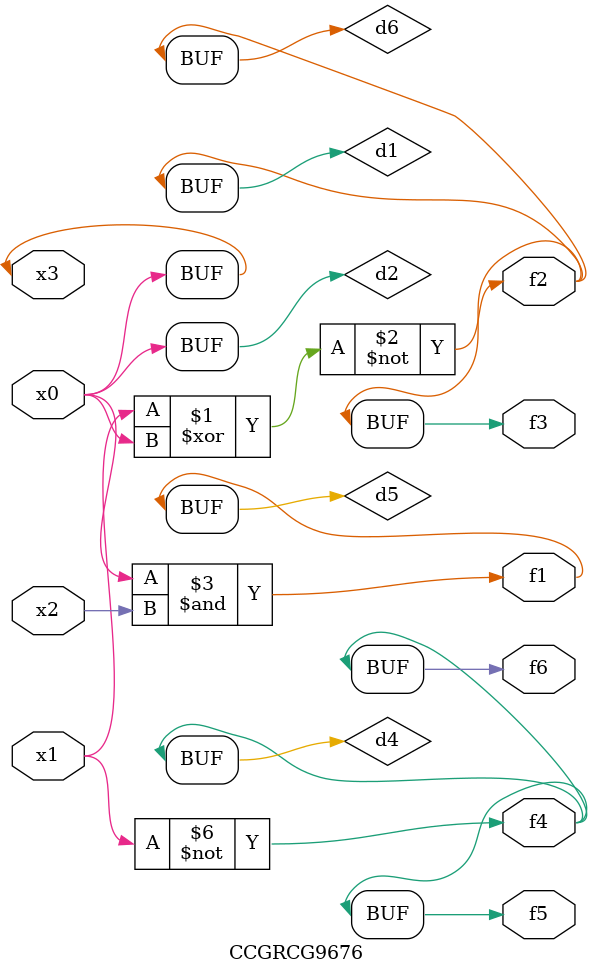
<source format=v>
module CCGRCG9676(
	input x0, x1, x2, x3,
	output f1, f2, f3, f4, f5, f6
);

	wire d1, d2, d3, d4, d5, d6;

	xnor (d1, x1, x3);
	buf (d2, x0, x3);
	nand (d3, x0, x2);
	not (d4, x1);
	nand (d5, d3);
	or (d6, d1);
	assign f1 = d5;
	assign f2 = d6;
	assign f3 = d6;
	assign f4 = d4;
	assign f5 = d4;
	assign f6 = d4;
endmodule

</source>
